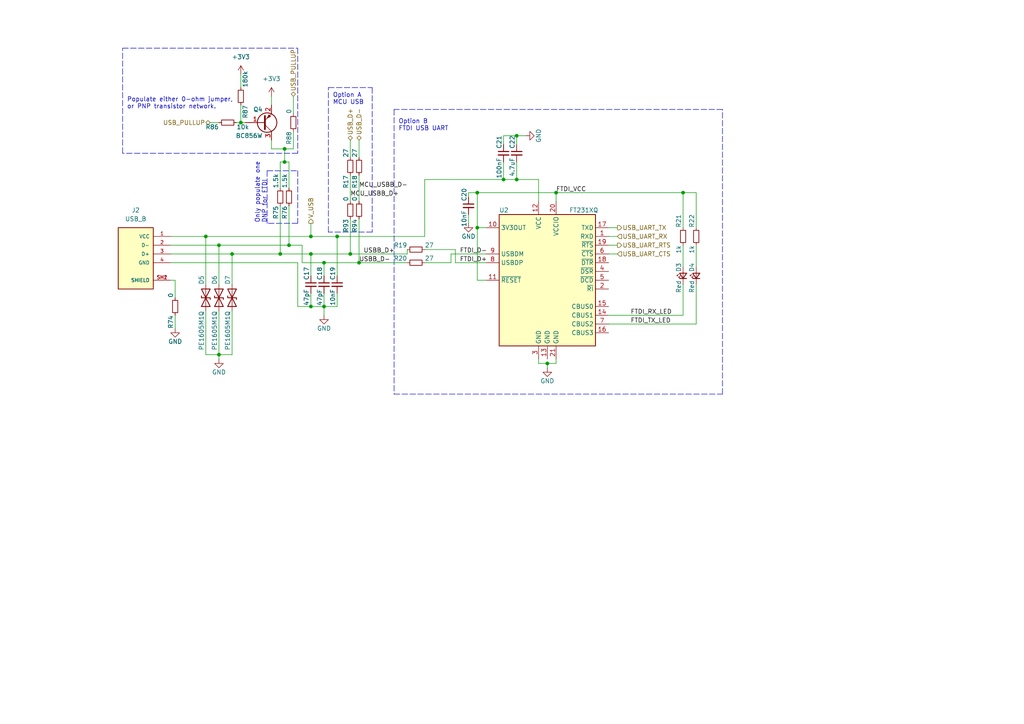
<source format=kicad_sch>
(kicad_sch (version 20211123) (generator eeschema)
  (paper "A4")
  (lib_symbols
    (symbol "Device:C_Small" (pin_numbers hide) (pin_names (offset 0.254) hide)
      (property "Reference" "C" (at 0.254 1.778 0))
      (property "Value" "C_Small" (at 0.254 -2.032 0))
      (symbol "C_Small_0_1"
        (polyline (pts (xy -1.524 -0.508) (xy 1.524 -0.508)) (stroke (width 0.3302)))
        (polyline (pts (xy -1.524 0.508) (xy 1.524 0.508)) (stroke (width 0.3048)))
      )
      (symbol "C_Small_1_1"
        (pin passive line (at 0 2.54 270) (length 2.032) (name "~") (number "1"))
        (pin passive line (at 0 -2.54 90) (length 2.032) (name "~") (number "2"))
      )
    )
    (symbol "Device:D_TVS" (pin_numbers hide) (pin_names (offset 1.016) hide)
      (property "Reference" "D" (at 0 2.54 0))
      (property "Value" "D_TVS" (at 0 -2.54 0))
      (symbol "D_TVS_0_1"
        (polyline (pts (xy 1.27 0) (xy -1.27 0)))
        (polyline (pts (xy 0.508 1.27) (xy 0 1.27) (xy 0 -1.27) (xy -0.508 -1.27)) (stroke (width 0.254)))
        (polyline (pts (xy -2.54 1.27) (xy -2.54 -1.27) (xy 2.54 1.27) (xy 2.54 -1.27) (xy -2.54 1.27)) (stroke (width 0.254)))
      )
      (symbol "D_TVS_1_1"
        (pin passive line (at -3.81 0 0) (length 2.54) (name "A1") (number "1"))
        (pin passive line (at 3.81 0 180) (length 2.54) (name "A2") (number "2"))
      )
    )
    (symbol "Device:LED_Small" (pin_numbers hide) (pin_names (offset 0.254) hide)
      (property "Reference" "D" (at -1.27 3.175 0))
      (property "Value" "LED_Small" (at -4.445 -2.54 0))
      (symbol "LED_Small_0_1"
        (polyline (pts (xy -0.762 -1.016) (xy -0.762 1.016)) (stroke (width 0.254)))
        (polyline (pts (xy 1.016 0) (xy -0.762 0)))
        (polyline (pts (xy 0.762 -1.016) (xy -0.762 0) (xy 0.762 1.016) (xy 0.762 -1.016)) (stroke (width 0.254)))
        (polyline (pts (xy 0 0.762) (xy -0.508 1.27) (xy -0.254 1.27) (xy -0.508 1.27) (xy -0.508 1.016)))
        (polyline (pts (xy 0.508 1.27) (xy 0 1.778) (xy 0.254 1.778) (xy 0 1.778) (xy 0 1.524)))
      )
      (symbol "LED_Small_1_1"
        (pin passive line (at -2.54 0 0) (length 1.778) (name "K") (number "1"))
        (pin passive line (at 2.54 0 180) (length 1.778) (name "A") (number "2"))
      )
    )
    (symbol "Device:R_Small" (pin_numbers hide) (pin_names (offset 0.254) hide)
      (property "Reference" "R" (at 0.762 0.508 0))
      (property "Value" "R_Small" (at 0.762 -1.016 0))
      (symbol "R_Small_0_1"
        (rectangle (start -0.762 1.778) (end 0.762 -1.778) (stroke (width 0.2032)))
      )
      (symbol "R_Small_1_1"
        (pin passive line (at 0 2.54 270) (length 0.762) (name "~") (number "1"))
        (pin passive line (at 0 -2.54 90) (length 0.762) (name "~") (number "2"))
      )
    )
    (symbol "Interface_USB:FT231XQ"
      (property "Reference" "U" (at -13.97 20.32 0))
      (property "Value" "FT231XQ" (at 6.35 20.32 0))
      (symbol "FT231XQ_0_1"
        (rectangle (start -13.97 19.05) (end 13.97 -19.05) (stroke (width 0.254)) (fill (type background)))
      )
      (symbol "FT231XQ_1_1"
        (pin input line (at 17.78 12.7 180) (length 3.81) (name "RXD") (number "1"))
        (pin power_out line (at -17.78 15.24 0) (length 3.81) (name "3V3OUT") (number "10"))
        (pin input line (at -17.78 0 0) (length 3.81) (name "~{RESET}") (number "11"))
        (pin power_in line (at -2.54 22.86 270) (length 3.81) (name "VCC") (number "12"))
        (pin power_in line (at 0 -22.86 90) (length 3.81) (name "GND") (number "13"))
        (pin bidirectional line (at 17.78 -10.16 180) (length 3.81) (name "CBUS1") (number "14"))
        (pin bidirectional line (at 17.78 -7.62 180) (length 3.81) (name "CBUS0") (number "15"))
        (pin bidirectional line (at 17.78 -15.24 180) (length 3.81) (name "CBUS3") (number "16"))
        (pin output line (at 17.78 15.24 180) (length 3.81) (name "TXD") (number "17"))
        (pin output line (at 17.78 5.08 180) (length 3.81) (name "~{DTR}") (number "18"))
        (pin output line (at 17.78 10.16 180) (length 3.81) (name "~{RTS}") (number "19"))
        (pin input line (at 17.78 -2.54 180) (length 3.81) (name "~{RI}") (number "2"))
        (pin power_in line (at 2.54 22.86 270) (length 3.81) (name "VCCIO") (number "20"))
        (pin power_in line (at 2.54 -22.86 90) (length 3.81) (name "GND") (number "21"))
        (pin power_in line (at -2.54 -22.86 90) (length 3.81) (name "GND") (number "3"))
        (pin input line (at 17.78 2.54 180) (length 3.81) (name "~{DSR}") (number "4"))
        (pin input line (at 17.78 0 180) (length 3.81) (name "~{DCD}") (number "5"))
        (pin input line (at 17.78 7.62 180) (length 3.81) (name "~{CTS}") (number "6"))
        (pin bidirectional line (at 17.78 -12.7 180) (length 3.81) (name "CBUS2") (number "7"))
        (pin bidirectional line (at -17.78 5.08 0) (length 3.81) (name "USBDP") (number "8"))
        (pin bidirectional line (at -17.78 7.62 0) (length 3.81) (name "USBDM") (number "9"))
      )
    )
    (symbol "Transistor_BJT:BC856W" (pin_names (offset 0) hide)
      (property "Reference" "Q" (at 5.08 1.905 0))
      (property "Value" "BC856W" (at 5.08 0 0))
      (symbol "BC856W_0_1"
        (polyline (pts (xy 0.635 0.635) (xy 2.54 2.54)))
        (polyline (pts (xy 0.635 -0.635) (xy 2.54 -2.54) (xy 2.54 -2.54)))
        (polyline (pts (xy 0.635 1.905) (xy 0.635 -1.905) (xy 0.635 -1.905)) (stroke (width 0.508)))
        (polyline (pts (xy 2.286 -1.778) (xy 1.778 -2.286) (xy 1.27 -1.27) (xy 2.286 -1.778) (xy 2.286 -1.778)) (fill (type outline)))
        (circle (center 1.27 0) (radius 2.8194) (stroke (width 0.254)))
      )
      (symbol "BC856W_1_1"
        (pin input line (at -5.08 0 0) (length 5.715) (name "B") (number "1"))
        (pin passive line (at 2.54 -5.08 90) (length 2.54) (name "E") (number "2"))
        (pin passive line (at 2.54 5.08 270) (length 2.54) (name "C") (number "3"))
      )
    )
    (symbol "lib_symbols:UJ2-BH-W1-TH" (pin_names (offset 1.016))
      (property "Reference" "J" (at -5.0869 7.6304 0))
      (property "Value" "UJ2-BH-W1-TH" (at -5.0857 -12.7142 0))
      (symbol "UJ2-BH-W1-TH_0_0"
        (rectangle (start -5.08 -10.16) (end 5.08 7.62) (stroke (width 0.254)) (fill (type background)))
        (pin passive line (at 10.16 5.08 180) (length 5.08) (name "VCC") (number "1"))
        (pin passive line (at 10.16 2.54 180) (length 5.08) (name "D-") (number "2"))
        (pin passive line (at 10.16 0 180) (length 5.08) (name "D+") (number "3"))
        (pin passive line (at 10.16 -2.54 180) (length 5.08) (name "GND") (number "4"))
        (pin passive line (at 10.16 -7.62 180) (length 5.08) (name "SHIELD") (number "SH1"))
        (pin passive line (at 10.16 -7.62 180) (length 5.08) (name "SHIELD") (number "SH2"))
      )
    )
    (symbol "power:+3V3" (power) (pin_names (offset 0))
      (property "Value" "+3V3" (at 0 3.556 0))
      (symbol "+3V3_0_1"
        (polyline (pts (xy -0.762 1.27) (xy 0 2.54)))
        (polyline (pts (xy 0 0) (xy 0 2.54)))
        (polyline (pts (xy 0 2.54) (xy 0.762 1.27)))
      )
      (symbol "+3V3_1_1"
        (pin power_in line (at 0 0 90) (length 0) hide (name "+3V3") (number "1"))
      )
    )
    (symbol "power:GND" (power) (pin_names (offset 0))
      (property "Value" "GND" (at 0 -3.81 0))
      (symbol "GND_0_1"
        (polyline (pts (xy 0 0) (xy 0 -1.27) (xy 1.27 -1.27) (xy 0 -2.54) (xy -1.27 -1.27) (xy 0 -1.27)))
      )
      (symbol "GND_1_1"
        (pin power_in line (at 0 0 270) (length 0) hide (name "GND") (number "1"))
      )
    )
  )
  (junction (at 82.55 46.99))
  (junction (at 146.05 52.07))
  (junction (at 90.17 88.9))
  (junction (at 93.98 76.2))
  (junction (at 93.98 88.9))
  (junction (at 149.86 52.07))
  (junction (at 138.43 55.88))
  (junction (at 82.55 43.18))
  (junction (at 138.43 66.04))
  (junction (at 81.28 73.66))
  (junction (at 63.5 71.12))
  (junction (at 198.12 55.88))
  (junction (at 97.79 68.58))
  (junction (at 90.17 73.66))
  (junction (at 161.29 55.88))
  (junction (at 158.75 105.41))
  (junction (at 104.14 76.2))
  (junction (at 101.6 73.66))
  (junction (at 67.31 73.66))
  (junction (at 59.69 68.58))
  (junction (at 69.85 35.56))
  (junction (at 83.82 71.12))
  (junction (at 149.86 39.37))
  (junction (at 63.5 102.87))
  (junction (at 90.17 68.58))
  (polyline (pts (xy 114.3 114.3) (xy 209.55 114.3)))
  (wire (pts (xy 101.6 73.66) (xy 118.11 73.66)))
  (wire (pts (xy 146.05 39.37) (xy 146.05 41.91)))
  (wire (pts (xy 78.74 43.18) (xy 82.55 43.18)))
  (wire (pts (xy 59.69 102.87) (xy 63.5 102.87)))
  (wire (pts (xy 176.53 73.66) (xy 179.07 73.66)))
  (wire (pts (xy 78.74 40.64) (xy 78.74 43.18)))
  (wire (pts (xy 198.12 71.12) (xy 198.12 77.47)))
  (wire (pts (xy 63.5 71.12) (xy 63.5 82.55)))
  (wire (pts (xy 90.17 73.66) (xy 101.6 73.66)))
  (wire (pts (xy 123.19 76.2) (xy 130.81 76.2)))
  (wire (pts (xy 97.79 85.09) (xy 97.79 88.9)))
  (wire (pts (xy 198.12 66.04) (xy 198.12 55.88)))
  (wire (pts (xy 68.58 35.56) (xy 69.85 35.56)))
  (wire (pts (xy 138.43 66.04) (xy 140.97 66.04)))
  (wire (pts (xy 67.31 90.17) (xy 67.31 102.87)))
  (wire (pts (xy 130.81 73.66) (xy 140.97 73.66)))
  (wire (pts (xy 90.17 85.09) (xy 90.17 88.9)))
  (polyline (pts (xy 114.3 31.75) (xy 114.3 114.3)))
  (polyline (pts (xy 107.95 25.4) (xy 107.95 67.31)))
  (wire (pts (xy 50.8 81.28) (xy 50.8 86.36)))
  (wire (pts (xy 59.69 68.58) (xy 90.17 68.58)))
  (wire (pts (xy 85.09 27.94) (xy 85.09 33.02)))
  (polyline (pts (xy 209.55 114.3) (xy 209.55 31.75)))
  (wire (pts (xy 152.4 39.37) (xy 149.86 39.37)))
  (wire (pts (xy 83.82 54.61) (xy 83.82 46.99)))
  (wire (pts (xy 49.53 71.12) (xy 63.5 71.12)))
  (wire (pts (xy 90.17 64.77) (xy 90.17 68.58)))
  (wire (pts (xy 104.14 40.64) (xy 104.14 45.72)))
  (wire (pts (xy 176.53 91.44) (xy 198.12 91.44)))
  (wire (pts (xy 146.05 52.07) (xy 149.86 52.07)))
  (wire (pts (xy 132.08 76.2) (xy 140.97 76.2)))
  (wire (pts (xy 81.28 54.61) (xy 81.28 46.99)))
  (polyline (pts (xy 107.95 67.31) (xy 95.25 67.31)))
  (wire (pts (xy 104.14 63.5) (xy 104.14 76.2)))
  (wire (pts (xy 86.36 88.9) (xy 90.17 88.9)))
  (polyline (pts (xy 86.36 44.45) (xy 35.56 44.45)))
  (wire (pts (xy 81.28 73.66) (xy 90.17 73.66)))
  (wire (pts (xy 67.31 102.87) (xy 63.5 102.87)))
  (wire (pts (xy 104.14 50.8) (xy 104.14 58.42)))
  (wire (pts (xy 60.96 35.56) (xy 63.5 35.56)))
  (polyline (pts (xy 35.56 13.97) (xy 86.36 13.97)))
  (wire (pts (xy 69.85 30.48) (xy 69.85 35.56)))
  (wire (pts (xy 83.82 71.12) (xy 87.63 71.12)))
  (wire (pts (xy 90.17 73.66) (xy 90.17 80.01)))
  (wire (pts (xy 176.53 71.12) (xy 179.07 71.12)))
  (wire (pts (xy 161.29 58.42) (xy 161.29 55.88)))
  (wire (pts (xy 149.86 46.99) (xy 149.86 52.07)))
  (wire (pts (xy 81.28 46.99) (xy 82.55 46.99)))
  (wire (pts (xy 83.82 59.69) (xy 83.82 71.12)))
  (wire (pts (xy 123.19 52.07) (xy 146.05 52.07)))
  (wire (pts (xy 82.55 43.18) (xy 85.09 43.18)))
  (wire (pts (xy 93.98 85.09) (xy 93.98 88.9)))
  (wire (pts (xy 176.53 68.58) (xy 179.07 68.58)))
  (wire (pts (xy 85.09 43.18) (xy 85.09 38.1)))
  (wire (pts (xy 149.86 52.07) (xy 156.21 52.07)))
  (wire (pts (xy 93.98 76.2) (xy 93.98 80.01)))
  (wire (pts (xy 135.89 57.15) (xy 135.89 55.88)))
  (wire (pts (xy 156.21 105.41) (xy 156.21 104.14)))
  (wire (pts (xy 87.63 76.2) (xy 93.98 76.2)))
  (wire (pts (xy 118.11 72.39) (xy 118.11 73.66)))
  (wire (pts (xy 130.81 76.2) (xy 130.81 73.66)))
  (wire (pts (xy 161.29 105.41) (xy 158.75 105.41)))
  (wire (pts (xy 67.31 73.66) (xy 67.31 82.55)))
  (wire (pts (xy 67.31 73.66) (xy 81.28 73.66)))
  (wire (pts (xy 49.53 68.58) (xy 59.69 68.58)))
  (wire (pts (xy 63.5 71.12) (xy 83.82 71.12)))
  (wire (pts (xy 63.5 90.17) (xy 63.5 102.87)))
  (polyline (pts (xy 86.36 64.77) (xy 77.47 64.77)))
  (polyline (pts (xy 86.36 13.97) (xy 86.36 44.45)))
  (wire (pts (xy 135.89 62.23) (xy 135.89 64.77)))
  (wire (pts (xy 123.19 72.39) (xy 132.08 72.39)))
  (wire (pts (xy 132.08 72.39) (xy 132.08 76.2)))
  (wire (pts (xy 201.93 55.88) (xy 198.12 55.88)))
  (polyline (pts (xy 95.25 67.31) (xy 95.25 25.4)))
  (wire (pts (xy 49.53 76.2) (xy 86.36 76.2)))
  (wire (pts (xy 123.19 68.58) (xy 123.19 52.07)))
  (wire (pts (xy 82.55 43.18) (xy 82.55 46.99)))
  (wire (pts (xy 158.75 105.41) (xy 156.21 105.41)))
  (wire (pts (xy 49.53 81.28) (xy 50.8 81.28)))
  (wire (pts (xy 90.17 68.58) (xy 97.79 68.58)))
  (polyline (pts (xy 35.56 44.45) (xy 35.56 13.97)))
  (wire (pts (xy 101.6 50.8) (xy 101.6 58.42)))
  (polyline (pts (xy 77.47 49.53) (xy 77.47 64.77)))
  (wire (pts (xy 149.86 39.37) (xy 146.05 39.37)))
  (wire (pts (xy 78.74 27.94) (xy 78.74 30.48)))
  (polyline (pts (xy 86.36 49.53) (xy 86.36 64.77)))
  (wire (pts (xy 201.93 71.12) (xy 201.93 77.47)))
  (wire (pts (xy 63.5 102.87) (xy 63.5 104.14)))
  (wire (pts (xy 161.29 55.88) (xy 138.43 55.88)))
  (wire (pts (xy 81.28 59.69) (xy 81.28 73.66)))
  (wire (pts (xy 156.21 52.07) (xy 156.21 58.42)))
  (wire (pts (xy 86.36 76.2) (xy 86.36 88.9)))
  (polyline (pts (xy 95.25 25.4) (xy 107.95 25.4)))
  (wire (pts (xy 138.43 55.88) (xy 138.43 66.04)))
  (wire (pts (xy 176.53 66.04) (xy 179.07 66.04)))
  (wire (pts (xy 90.17 88.9) (xy 93.98 88.9)))
  (wire (pts (xy 69.85 35.56) (xy 71.12 35.56)))
  (wire (pts (xy 49.53 73.66) (xy 67.31 73.66)))
  (wire (pts (xy 82.55 46.99) (xy 83.82 46.99)))
  (wire (pts (xy 146.05 46.99) (xy 146.05 52.07)))
  (wire (pts (xy 101.6 63.5) (xy 101.6 73.66)))
  (wire (pts (xy 59.69 90.17) (xy 59.69 102.87)))
  (wire (pts (xy 140.97 81.28) (xy 138.43 81.28)))
  (wire (pts (xy 97.79 68.58) (xy 97.79 80.01)))
  (wire (pts (xy 176.53 93.98) (xy 201.93 93.98)))
  (wire (pts (xy 104.14 76.2) (xy 118.11 76.2)))
  (wire (pts (xy 161.29 104.14) (xy 161.29 105.41)))
  (wire (pts (xy 158.75 105.41) (xy 158.75 106.68)))
  (wire (pts (xy 198.12 91.44) (xy 198.12 82.55)))
  (wire (pts (xy 87.63 71.12) (xy 87.63 76.2)))
  (wire (pts (xy 135.89 55.88) (xy 138.43 55.88)))
  (wire (pts (xy 97.79 68.58) (xy 123.19 68.58)))
  (wire (pts (xy 198.12 55.88) (xy 161.29 55.88)))
  (wire (pts (xy 201.93 66.04) (xy 201.93 55.88)))
  (wire (pts (xy 97.79 88.9) (xy 93.98 88.9)))
  (polyline (pts (xy 77.47 49.53) (xy 86.36 49.53)))
  (wire (pts (xy 93.98 88.9) (xy 93.98 91.44)))
  (wire (pts (xy 138.43 66.04) (xy 138.43 81.28)))
  (wire (pts (xy 50.8 91.44) (xy 50.8 95.25)))
  (wire (pts (xy 101.6 40.64) (xy 101.6 45.72)))
  (wire (pts (xy 93.98 76.2) (xy 104.14 76.2)))
  (wire (pts (xy 149.86 39.37) (xy 149.86 41.91)))
  (wire (pts (xy 59.69 68.58) (xy 59.69 82.55)))
  (wire (pts (xy 201.93 93.98) (xy 201.93 82.55)))
  (wire (pts (xy 69.85 21.59) (xy 69.85 25.4)))
  (polyline (pts (xy 209.55 31.75) (xy 114.3 31.75)))
  (text "Option A\nMCU USB" (at 96.52 30.48 0) (effects (font (size 1.27 1.27)) (justify left bottom)))
  (text "Populate either 0-ohm jumper,\nor PNP transistor network." (at 36.83 31.75 0) (effects (font (size 1.27 1.27)) (justify left bottom)))
  (text "Option B\nFTDI USB UART" (at 115.57 38.1 0) (effects (font (size 1.27 1.27)) (justify left bottom)))
  (text "Only populate one\nDNP for FTDI" (at 77.47 64.77 90) (effects (font (size 1.27 1.27)) (justify left bottom)))
  (label "USBB_D-" (at 104.14 76.2 0))
  (label "FTDI_D+" (at 133.35 76.2 0))
  (label "FTDI_RX_LED" (at 182.88 91.44 0))
  (label "USBB_D+" (at 105.41 73.66 0))
  (label "MCU_USBB_D-" (at 104.14 54.61 0))
  (label "MCU_USBB_D+" (at 101.6 57.15 0))
  (label "FTDI_TX_LED" (at 182.88 93.98 0))
  (label "FTDI_VCC" (at 161.29 55.88 0))
  (label "FTDI_D-" (at 133.35 73.66 0))
  (hierarchical_label "USB_PULLUP" (shape bidirectional) (at 60.96 35.56 180))
  (hierarchical_label "USB_UART_TX" (shape output) (at 179.07 66.04 0))
  (hierarchical_label "USB_PULLUP" (shape bidirectional) (at 85.09 27.94 90))
  (hierarchical_label "V_USB" (shape output) (at 90.17 64.77 90))
  (hierarchical_label "USB_D-" (shape bidirectional) (at 104.14 40.64 90))
  (hierarchical_label "USB_UART_CTS" (shape input) (at 179.07 73.66 0))
  (hierarchical_label "USB_UART_RTS" (shape output) (at 179.07 71.12 0))
  (hierarchical_label "USB_D+" (shape bidirectional) (at 101.6 40.64 90))
  (hierarchical_label "USB_UART_RX" (shape input) (at 179.07 68.58 0))
  (symbol (lib_id "lib_symbols:UJ2-BH-W1-TH") (at 39.37 73.66 0) (unit 1)
    (property "Reference" "J2" (at 39.37 60.96 0))
    (property "Value" "USB_B" (at 39.37 63.5 0))
    (property "Footprint" "lib:CUI_UJ2-BH-W1-TH" (effects hide))
    (property "Datasheet" " ~" (effects hide))
    (property "PART_REV" "1.0" (effects hide))
    (property "MANUFACTURER" "CUI INC" (effects hide))
    (property "STANDARD" "MANUFACTURER RECOMENDATION" (effects hide))
  )
  (symbol (lib_id "Device:R_Small") (at 201.93 68.58 180) (unit 1)
    (property "Reference" "R22" (at 200.66 66.04 90) (effects (justify right)))
    (property "Value" "1k" (at 200.66 71.12 90) (effects (justify left)))
    (property "Footprint" "Resistor_SMD:R_0603_1608Metric" (effects hide))
  )
  (symbol (lib_id "Device:C_Small") (at 93.98 82.55 0) (unit 1)
    (property "Reference" "C18" (at 92.71 81.28 90) (effects (justify left)))
    (property "Value" "47pF" (at 92.71 83.82 90) (effects (justify right)))
    (property "Footprint" "Capacitor_SMD:C_0603_1608Metric" (effects hide))
  )
  (symbol (lib_id "power:+3V3") (at 69.85 21.59 0) (unit 1)
    (property "Reference" "#PWR0190" (effects hide))
    (property "Value" "+3V3" (at 69.85 16.51 0))
  )
  (symbol (lib_id "Device:R_Small") (at 69.85 27.94 0) (mirror x) (unit 1)
    (property "Reference" "R87" (at 71.12 30.48 90) (effects (justify left)))
    (property "Value" "180k" (at 71.12 25.4 90) (effects (justify right)))
    (property "Footprint" "Resistor_SMD:R_0603_1608Metric" (effects hide))
  )
  (symbol (lib_id "power:GND") (at 158.75 106.68 0) (unit 1)
    (property "Reference" "#PWR0120" (effects hide))
    (property "Value" "GND" (at 158.75 110.49 0))
  )
  (symbol (lib_id "Device:LED_Small") (at 198.12 80.01 90) (unit 1)
    (property "Reference" "D3" (at 196.85 76.2 0) (effects (justify right)))
    (property "Value" "Red" (at 196.85 81.28 0) (effects (justify right)))
    (property "Footprint" "LED_SMD:LED_0603_1608Metric" (effects hide))
  )
  (symbol (lib_id "Device:R_Small") (at 198.12 68.58 180) (unit 1)
    (property "Reference" "R21" (at 196.85 66.04 90) (effects (justify right)))
    (property "Value" "1k" (at 196.85 71.12 90) (effects (justify left)))
    (property "Footprint" "Resistor_SMD:R_0603_1608Metric" (effects hide))
  )
  (symbol (lib_id "power:GND") (at 63.5 104.14 0) (unit 1)
    (property "Reference" "#PWR0168" (effects hide))
    (property "Value" "GND" (at 63.5 107.95 0))
  )
  (symbol (lib_id "power:GND") (at 50.8 95.25 0) (unit 1)
    (property "Reference" "#PWR0152" (effects hide))
    (property "Value" "GND" (at 50.8 99.06 0))
  )
  (symbol (lib_id "Device:C_Small") (at 97.79 82.55 0) (unit 1)
    (property "Reference" "C19" (at 96.52 81.28 90) (effects (justify left)))
    (property "Value" "10nF" (at 96.52 83.82 90) (effects (justify right)))
    (property "Footprint" "Capacitor_SMD:C_0603_1608Metric" (effects hide))
  )
  (symbol (lib_id "Device:C_Small") (at 90.17 82.55 0) (unit 1)
    (property "Reference" "C17" (at 88.9 81.28 90) (effects (justify left)))
    (property "Value" "47pF" (at 88.9 83.82 90) (effects (justify right)))
    (property "Footprint" "Capacitor_SMD:C_0603_1608Metric" (effects hide))
  )
  (symbol (lib_id "Device:R_Small") (at 81.28 57.15 180) (unit 1)
    (property "Reference" "R75" (at 80.01 59.69 90) (effects (justify left)))
    (property "Value" "1.5k" (at 80.01 54.61 90) (effects (justify right)))
    (property "Footprint" "Resistor_SMD:R_0603_1608Metric" (effects hide))
  )
  (symbol (lib_id "Device:R_Small") (at 66.04 35.56 90) (mirror x) (unit 1)
    (property "Reference" "R86" (at 63.5 36.83 90) (effects (justify left)))
    (property "Value" "10k" (at 68.58 36.83 90) (effects (justify right)))
    (property "Footprint" "Resistor_SMD:R_0603_1608Metric" (effects hide))
  )
  (symbol (lib_id "Device:D_TVS") (at 63.5 86.36 90) (unit 1)
    (property "Reference" "D6" (at 62.23 82.55 0) (effects (justify left)))
    (property "Value" "PE1605M1Q" (at 62.23 90.17 0) (effects (justify right)))
    (property "Footprint" "Diode_SMD:D_0402_1005Metric" (effects hide))
    (property "Datasheet" "https://www.panjit.com.tw/upload/datasheet/PE1605M1Q.pdf" (effects hide))
  )
  (symbol (lib_id "Transistor_BJT:BC856W") (at 76.2 35.56 0) (mirror x) (unit 1)
    (property "Reference" "Q4" (at 76.2 31.75 0) (effects (justify right)))
    (property "Value" "BC856W" (at 76.2 39.37 0) (effects (justify right)))
    (property "Footprint" "Package_TO_SOT_SMD:SOT-323_SC-70" (effects hide))
    (property "Datasheet" "https://www.onsemi.com/pub/Collateral/BC860-D.pdf" (effects hide))
  )
  (symbol (lib_id "Device:R_Small") (at 83.82 57.15 180) (unit 1)
    (property "Reference" "R76" (at 82.55 59.69 90) (effects (justify left)))
    (property "Value" "1.5k" (at 82.55 54.61 90) (effects (justify right)))
    (property "Footprint" "Resistor_SMD:R_0603_1608Metric" (effects hide))
  )
  (symbol (lib_id "Device:R_Small") (at 120.65 72.39 90) (unit 1)
    (property "Reference" "R19" (at 118.11 71.12 90) (effects (justify left)))
    (property "Value" "27" (at 123.19 71.12 90) (effects (justify right)))
    (property "Footprint" "Resistor_SMD:R_0603_1608Metric" (effects hide))
  )
  (symbol (lib_id "power:GND") (at 152.4 39.37 90) (unit 1)
    (property "Reference" "#PWR0102" (effects hide))
    (property "Value" "GND" (at 156.21 39.37 0))
  )
  (symbol (lib_id "power:GND") (at 135.89 64.77 0) (unit 1)
    (property "Reference" "#PWR0101" (effects hide))
    (property "Value" "GND" (at 135.89 68.58 0))
  )
  (symbol (lib_id "Device:R_Small") (at 101.6 48.26 180) (unit 1)
    (property "Reference" "R17" (at 100.33 50.8 90) (effects (justify left)))
    (property "Value" "27" (at 100.33 45.72 90) (effects (justify right)))
    (property "Footprint" "Resistor_SMD:R_0603_1608Metric" (effects hide))
  )
  (symbol (lib_id "Device:C_Small") (at 146.05 44.45 0) (unit 1)
    (property "Reference" "C21" (at 144.78 43.18 90) (effects (justify left)))
    (property "Value" "100nF" (at 144.78 45.72 90) (effects (justify right)))
    (property "Footprint" "Capacitor_SMD:C_0603_1608Metric" (effects hide))
  )
  (symbol (lib_id "Device:D_TVS") (at 59.69 86.36 90) (unit 1)
    (property "Reference" "D5" (at 58.42 82.55 0) (effects (justify left)))
    (property "Value" "PE1605M1Q" (at 58.42 90.17 0) (effects (justify right)))
    (property "Footprint" "Diode_SMD:D_0402_1005Metric" (effects hide))
    (property "Datasheet" "https://www.panjit.com.tw/upload/datasheet/PE1605M1Q.pdf" (effects hide))
  )
  (symbol (lib_id "Device:LED_Small") (at 201.93 80.01 90) (unit 1)
    (property "Reference" "D4" (at 200.66 76.2 0) (effects (justify right)))
    (property "Value" "Red" (at 200.66 81.28 0) (effects (justify right)))
    (property "Footprint" "LED_SMD:LED_0603_1608Metric" (effects hide))
  )
  (symbol (lib_id "power:+3V3") (at 78.74 27.94 0) (unit 1)
    (property "Reference" "#PWR0189" (effects hide))
    (property "Value" "+3V3" (at 78.74 22.86 0))
  )
  (symbol (lib_id "Device:R_Small") (at 50.8 88.9 180) (unit 1)
    (property "Reference" "R74" (at 49.53 91.44 90) (effects (justify left)))
    (property "Value" "0" (at 49.53 86.36 90) (effects (justify right)))
    (property "Footprint" "Resistor_SMD:R_0603_1608Metric" (effects hide))
  )
  (symbol (lib_id "power:GND") (at 93.98 91.44 0) (unit 1)
    (property "Reference" "#PWR0119" (effects hide))
    (property "Value" "GND" (at 93.98 95.25 0))
  )
  (symbol (lib_id "Device:D_TVS") (at 67.31 86.36 90) (unit 1)
    (property "Reference" "D7" (at 66.04 82.55 0) (effects (justify left)))
    (property "Value" "PE1605M1Q" (at 66.04 90.17 0) (effects (justify right)))
    (property "Footprint" "Diode_SMD:D_0402_1005Metric" (effects hide))
    (property "Datasheet" "https://www.panjit.com.tw/upload/datasheet/PE1605M1Q.pdf" (effects hide))
  )
  (symbol (lib_id "Device:R_Small") (at 120.65 76.2 90) (unit 1)
    (property "Reference" "R20" (at 118.11 74.93 90) (effects (justify left)))
    (property "Value" "27" (at 123.19 74.93 90) (effects (justify right)))
    (property "Footprint" "Resistor_SMD:R_0603_1608Metric" (effects hide))
  )
  (symbol (lib_id "Device:R_Small") (at 104.14 48.26 180) (unit 1)
    (property "Reference" "R18" (at 102.87 50.8 90) (effects (justify left)))
    (property "Value" "27" (at 102.87 45.72 90) (effects (justify right)))
    (property "Footprint" "Resistor_SMD:R_0603_1608Metric" (effects hide))
  )
  (symbol (lib_id "Device:R_Small") (at 101.6 60.96 180) (unit 1)
    (property "Reference" "R93" (at 100.33 63.5 90) (effects (justify left)))
    (property "Value" "0" (at 100.33 58.42 90) (effects (justify right)))
    (property "Footprint" "Resistor_SMD:R_0603_1608Metric" (effects hide))
  )
  (symbol (lib_id "Device:C_Small") (at 149.86 44.45 0) (unit 1)
    (property "Reference" "C22" (at 148.59 43.18 90) (effects (justify left)))
    (property "Value" "4.7uF" (at 148.59 45.72 90) (effects (justify right)))
    (property "Footprint" "Capacitor_SMD:C_0603_1608Metric" (effects hide))
  )
  (symbol (lib_id "Device:R_Small") (at 104.14 60.96 180) (unit 1)
    (property "Reference" "R94" (at 102.87 63.5 90) (effects (justify left)))
    (property "Value" "0" (at 102.87 58.42 90) (effects (justify right)))
    (property "Footprint" "Resistor_SMD:R_0603_1608Metric" (effects hide))
  )
  (symbol (lib_id "Device:R_Small") (at 85.09 35.56 180) (unit 1)
    (property "Reference" "R88" (at 83.82 38.1 90) (effects (justify left)))
    (property "Value" "0" (at 83.82 33.02 90) (effects (justify right)))
    (property "Footprint" "Resistor_SMD:R_0603_1608Metric" (effects hide))
  )
  (symbol (lib_id "Interface_USB:FT231XQ") (at 158.75 81.28 0) (unit 1)
    (property "Reference" "U2" (at 144.78 60.96 0) (effects (justify left)))
    (property "Value" "FT231XQ" (at 165.1 60.96 0) (effects (justify left)))
    (property "Footprint" "Package_DFN_QFN:QFN-20-1EP_4x4mm_P0.5mm_EP2.5x2.5mm" (effects hide))
    (property "Datasheet" "https://www.ftdichip.com/Support/Documents/DataSheets/ICs/DS_FT231X.pdf" (effects hide))
    (property "DigiKey" "https://www.digikey.com/en/products/detail/ftdi-future-technology-devices-international-ltd/FT231XQ-T/3749470" (effects hide))
  )
  (symbol (lib_id "Device:C_Small") (at 135.89 59.69 0) (unit 1)
    (property "Reference" "C20" (at 134.62 58.42 90) (effects (justify left)))
    (property "Value" "10nF" (at 134.62 60.96 90) (effects (justify right)))
    (property "Footprint" "Capacitor_SMD:C_0603_1608Metric" (effects hide))
  )
)
</source>
